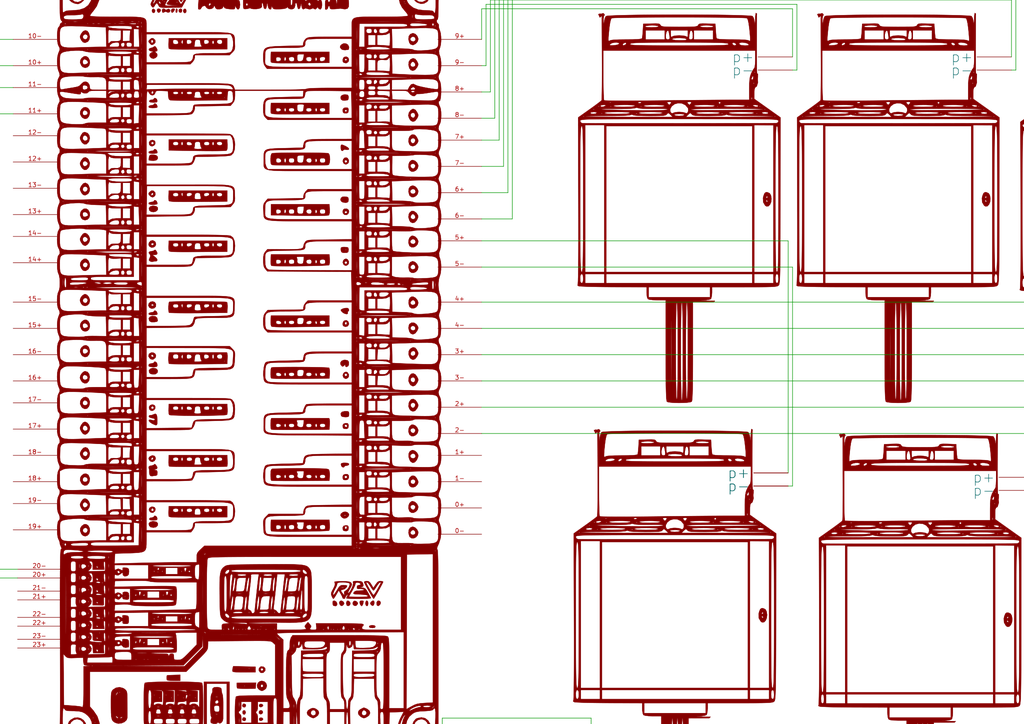
<source format=kicad_sch>
(kicad_sch (version 20211123) (generator eeschema)
  (paper "A4")
  (lib_symbols
    (symbol "Device:Battery" (pin_numbers hide) (pin_names (offset 0) hide)
      (property "Reference" "BT" (at 2.54 2.54 0))
      (property "Value" "Battery" (at 2.54 0 0))
      (symbol "Battery_1_1"
        (pin passive line (at 0 5.08 270) (length 2.54) (name "+") (number "1"))
        (pin passive line (at 0 -5.08 90) (length 2.54) (name "-") (number "2"))
      )
    )
    (symbol "FRC2022:CANivore" (pin_names (offset 1.016))
      (symbol "CANivore_1_1"
        (pin power_in line (at -2.54 26.67 270) (length 2.54) (name "v+") (number ""))
        (pin power_out line (at -5.08 26.67 270) (length 2.54) (name "v-") (number ""))
      )
      (symbol "CANivore_2_1"
        (pin output line (at 1.27 26.67 270) (length 2.54) (name "CAN_G") (number ""))
        (pin input line (at 3.81 26.67 270) (length 2.54) (name "CAN_Y") (number ""))
      )
    )
    (symbol "FRC2022:FRC_VRM" (pin_names (offset 1.016))
      (symbol "FRC_VRM_1_1"
        (pin power_out line (at 40.64 -12.7 180) (length 12.7) (name "") (number "12V/2A_0+"))
        (pin power_out line (at 40.64 -8.89 180) (length 12.7) (name "") (number "12V/2A_0-"))
        (pin power_out line (at 40.64 -6.35 180) (length 12.7) (name "") (number "12V/2A_1+"))
        (pin power_out line (at 40.64 -2.54 180) (length 12.7) (name "") (number "12V/2A_1-"))
        (pin power_out line (at 40.64 1.27 180) (length 12.7) (name "") (number "12V/500mA_0+"))
        (pin power_out line (at 40.64 5.08 180) (length 12.7) (name "") (number "12V/500mA_0-"))
        (pin power_out line (at 40.64 7.62 180) (length 12.7) (name "") (number "12V/500mA_1+"))
        (pin power_out line (at 40.64 11.43 180) (length 12.7) (name "") (number "12V/500mA_1-"))
        (pin power_out line (at -40.64 -8.89 0) (length 12.7) (name "") (number "5V/2A_0+"))
        (pin power_out line (at -40.64 -12.7 0) (length 12.7) (name "") (number "5V/2A_0-"))
        (pin power_out line (at -40.64 -2.54 0) (length 12.7) (name "") (number "5V/2A_1+"))
        (pin power_out line (at -40.64 -5.08 0) (length 12.7) (name "") (number "5V/2A_1-"))
        (pin power_out line (at -40.64 5.08 0) (length 12.7) (name "") (number "5V/500mA_0+"))
        (pin power_out line (at -40.64 1.27 0) (length 12.7) (name "") (number "5V/500mA_0-"))
        (pin power_out line (at -40.64 12.7 0) (length 12.7) (name "") (number "5V/500mA_1+"))
        (pin power_out line (at -40.64 8.89 0) (length 12.7) (name "") (number "5V/500mA_1-"))
        (pin power_in line (at 2.54 -38.1 90) (length 12.7) (name "") (number "P+"))
        (pin power_in line (at -1.27 -38.1 90) (length 12.7) (name "") (number "P-"))
      )
    )
    (symbol "FRC2022:Falcon500" (pin_names (offset 1.016))
      (symbol "Falcon500_1_1"
        (pin power_in line (at 31.75 44.45 180) (length 10) (name "p+") (number ""))
        (pin power_in line (at 31.75 40.64 180) (length 10) (name "p-") (number ""))
      )
      (symbol "Falcon500_2_1"
        (pin output line (at 40.64 44.45 180) (length 20) (name "") (number "CAN+"))
        (pin input line (at 40.64 52.07 180) (length 20) (name "") (number "CAN+"))
        (pin output line (at 40.64 40.64 180) (length 20) (name "") (number "CAN-"))
        (pin input line (at 40.64 48.26 180) (length 20) (name "") (number "CAN-"))
      )
    )
    (symbol "FRC2022:REV_PDH" (pin_names (offset 1.016))
      (symbol "REV_PDH_1_1"
        (pin power_out line (at 67.31 -41.91 180) (length 12.7) (name "") (number "0+"))
        (pin power_out line (at 67.31 -49.53 180) (length 12.7) (name "") (number "0-"))
        (pin power_out line (at 67.31 -26.67 180) (length 12.7) (name "") (number "1+"))
        (pin power_out line (at 67.31 -34.29 180) (length 12.7) (name "") (number "1-"))
        (pin power_out line (at -68.58 86.36 0) (length 12.7) (name "") (number "10+"))
        (pin power_out line (at -68.58 93.98 0) (length 12.7) (name "") (number "10-"))
        (pin power_out line (at -68.58 72.39 0) (length 12.7) (name "") (number "11+"))
        (pin power_out line (at -68.58 80.01 0) (length 12.7) (name "") (number "11-"))
        (pin power_out line (at -68.58 58.42 0) (length 12.7) (name "") (number "12+"))
        (pin power_out line (at -68.58 66.04 0) (length 12.7) (name "") (number "12-"))
        (pin power_out line (at -68.58 43.18 0) (length 12.7) (name "") (number "13+"))
        (pin power_out line (at -68.58 50.8 0) (length 12.7) (name "") (number "13-"))
        (pin power_out line (at -68.58 29.21 0) (length 12.7) (name "") (number "14+"))
        (pin power_out line (at -68.58 36.83 0) (length 12.7) (name "") (number "14-"))
        (pin power_out line (at -68.58 10.16 0) (length 12.7) (name "") (number "15+"))
        (pin power_out line (at -68.58 17.78 0) (length 12.7) (name "") (number "15-"))
        (pin power_out line (at -68.58 -5.08 0) (length 12.7) (name "") (number "16+"))
        (pin power_out line (at -68.58 2.54 0) (length 12.7) (name "") (number "16-"))
        (pin power_out line (at -68.58 -19.05 0) (length 12.7) (name "") (number "17+"))
        (pin power_out line (at -68.58 -11.43 0) (length 12.7) (name "") (number "17-"))
        (pin power_out line (at -68.58 -34.29 0) (length 12.7) (name "") (number "18+"))
        (pin power_out line (at -68.58 -26.67 0) (length 12.7) (name "") (number "18-"))
        (pin power_out line (at -68.58 -48.26 0) (length 12.7) (name "") (number "19+"))
        (pin power_out line (at -68.58 -40.64 0) (length 12.7) (name "") (number "19-"))
        (pin power_out line (at 67.31 -12.7 180) (length 12.7) (name "") (number "2+"))
        (pin power_out line (at 67.31 -20.32 180) (length 12.7) (name "") (number "2-"))
        (pin power_out line (at -67.31 -62.23 0) (length 12.7) (name "") (number "20+"))
        (pin power_out line (at -67.31 -59.69 0) (length 12.7) (name "") (number "20-"))
        (pin power_out line (at -67.31 -68.58 0) (length 12.7) (name "") (number "21+"))
        (pin power_out line (at -67.31 -66.04 0) (length 12.7) (name "") (number "21-"))
        (pin power_out line (at -67.31 -76.2 0) (length 12.7) (name "") (number "22+"))
        (pin power_out line (at -67.31 -73.66 0) (length 12.7) (name "") (number "22-"))
        (pin power_out line (at -67.31 -82.55 0) (length 12.7) (name "") (number "23+"))
        (pin power_out line (at -67.31 -80.01 0) (length 12.7) (name "") (number "23-"))
        (pin power_out line (at 67.31 2.54 180) (length 12.7) (name "") (number "3+"))
        (pin power_out line (at 67.31 -5.08 180) (length 12.7) (name "") (number "3-"))
        (pin power_out line (at 67.31 17.78 180) (length 12.7) (name "") (number "4+"))
        (pin power_out line (at 67.31 10.16 180) (length 12.7) (name "") (number "4-"))
        (pin power_out line (at 67.31 35.56 180) (length 12.7) (name "") (number "5+"))
        (pin power_out line (at 67.31 27.94 180) (length 12.7) (name "") (number "5-"))
        (pin power_out line (at 67.31 49.53 180) (length 12.7) (name "") (number "6+"))
        (pin power_out line (at 67.31 41.91 180) (length 12.7) (name "") (number "6-"))
        (pin power_out line (at 67.31 64.77 180) (length 12.7) (name "") (number "7+"))
        (pin power_out line (at 67.31 57.15 180) (length 12.7) (name "") (number "7-"))
        (pin power_out line (at 67.31 78.74 180) (length 12.7) (name "") (number "8+"))
        (pin power_out line (at 67.31 71.12 180) (length 12.7) (name "") (number "8-"))
        (pin power_out line (at 67.31 93.98 180) (length 12.7) (name "") (number "9+"))
        (pin power_out line (at 67.31 86.36 180) (length 12.7) (name "") (number "9-"))
        (pin power_in line (at 19.05 -124.46 90) (length 12.7) (name "") (number "P+"))
        (pin power_in line (at 33.02 -124.46 90) (length 12.7) (name "") (number "P-"))
      )
      (symbol "REV_PDH_2_1"
        (pin input line (at -17.78 -123.19 90) (length 12.7) (name "") (number "CAN_IN+"))
        (pin input line (at -13.97 -123.19 90) (length 12.7) (name "") (number "CAN_IN-"))
        (pin output line (at -25.4 -123.19 90) (length 12.7) (name "") (number "CAN_OUT+"))
        (pin output line (at -21.59 -123.19 90) (length 12.7) (name "") (number "CAN_OUT-"))
      )
    )
  )
  (wire (pts (xy -40.64 34.29) (xy -40.64 25.4)))
  (wire (pts (xy 229.87 2.54) (xy 229.87 16.51)))
  (wire (pts (xy 131.445 232.41) (xy 91.44 232.41)))
  (wire (pts (xy 139.7 40.64) (xy 144.78 40.64)))
  (wire (pts (xy 91.44 232.41) (xy 91.44 229.87)))
  (wire (pts (xy 160.02 224.79) (xy 160.02 220.98)))
  (wire (pts (xy 148.59 -6.35) (xy 426.72 -6.35)))
  (wire (pts (xy 143.51 34.29) (xy 143.51 -1.27)))
  (wire (pts (xy 447.04 143.51) (xy 444.5 143.51)))
  (wire (pts (xy -27.94 191.77) (xy -10.16 191.77)))
  (wire (pts (xy 447.04 125.73) (xy 447.04 143.51)))
  (wire (pts (xy 293.37 0) (xy 293.37 16.51)))
  (wire (pts (xy -31.75 193.04) (xy -6.35 193.04)))
  (wire (pts (xy 229.87 140.97) (xy 228.6 140.97)))
  (wire (pts (xy 139.7 110.49) (xy 374.65 110.49)))
  (wire (pts (xy 171.45 224.79) (xy 160.02 224.79)))
  (wire (pts (xy 374.65 110.49) (xy 374.65 144.78)))
  (wire (pts (xy 229.87 77.47) (xy 229.87 140.97)))
  (wire (pts (xy 142.24 0) (xy 293.37 0)))
  (wire (pts (xy 139.7 26.67) (xy 142.24 26.67)))
  (wire (pts (xy 131.445 211.455) (xy 131.445 232.41)))
  (wire (pts (xy 294.64 20.32) (xy 293.37 20.32)))
  (wire (pts (xy 139.7 63.5) (xy 148.59 63.5)))
  (wire (pts (xy 147.32 -5.08) (xy 425.45 -5.08)))
  (wire (pts (xy 299.72 87.63) (xy 299.72 138.43)))
  (wire (pts (xy 139.7 19.05) (xy 140.97 19.05)))
  (wire (pts (xy 147.32 55.88) (xy 147.32 -5.08)))
  (wire (pts (xy 359.41 -3.81) (xy 359.41 21.59)))
  (wire (pts (xy 144.78 40.64) (xy 144.78 -2.54)))
  (wire (pts (xy 140.97 19.05) (xy 140.97 1.27)))
  (wire (pts (xy 140.97 1.27) (xy 231.14 1.27)))
  (wire (pts (xy 146.05 48.26) (xy 146.05 -3.81)))
  (wire (pts (xy 148.59 63.5) (xy 148.59 -6.35)))
  (wire (pts (xy -31.75 -13.97) (xy -31.75 19.05)))
  (wire (pts (xy 142.24 26.67) (xy 142.24 0)))
  (wire (pts (xy -10.16 165.1) (xy -10.16 191.77)))
  (wire (pts (xy 228.6 69.85) (xy 228.6 137.16)))
  (wire (pts (xy 139.7 55.88) (xy 147.32 55.88)))
  (wire (pts (xy 426.72 -6.35) (xy 426.72 22.86)))
  (wire (pts (xy -31.75 19.05) (xy 3.81 19.05)))
  (wire (pts (xy 160.02 211.455) (xy 131.445 211.455)))
  (wire (pts (xy 171.45 208.28) (xy 171.45 224.79)))
  (wire (pts (xy 139.7 102.87) (xy 373.38 102.87)))
  (wire (pts (xy 146.05 -3.81) (xy 359.41 -3.81)))
  (wire (pts (xy 128.27 208.28) (xy 171.45 208.28)))
  (wire (pts (xy 143.51 -1.27) (xy 294.64 -1.27)))
  (wire (pts (xy 128.27 230.505) (xy 128.27 208.28)))
  (wire (pts (xy 5.08 167.64) (xy -6.35 167.64)))
  (wire (pts (xy 139.7 48.26) (xy 146.05 48.26)))
  (wire (pts (xy 139.7 2.54) (xy 229.87 2.54)))
  (wire (pts (xy -6.35 167.64) (xy -6.35 193.04)))
  (wire (pts (xy -38.1 34.29) (xy -38.1 33.02)))
  (wire (pts (xy 373.38 102.87) (xy 373.38 140.97)))
  (wire (pts (xy 139.7 69.85) (xy 228.6 69.85)))
  (wire (pts (xy 358.14 -2.54) (xy 358.14 17.78)))
  (wire (pts (xy -35.56 -13.97) (xy -35.56 11.43)))
  (wire (pts (xy 374.65 144.78) (xy 373.38 144.78)))
  (wire (pts (xy 139.7 95.25) (xy 300.99 95.25)))
  (wire (pts (xy 426.72 22.86) (xy 425.45 22.86)))
  (wire (pts (xy 294.64 -1.27) (xy 294.64 20.32)))
  (wire (pts (xy 139.7 11.43) (xy 139.7 2.54)))
  (wire (pts (xy 359.41 21.59) (xy 358.14 21.59)))
  (wire (pts (xy 5.08 165.1) (xy -10.16 165.1)))
  (wire (pts (xy 231.14 20.32) (xy 229.87 20.32)))
  (wire (pts (xy 139.7 125.73) (xy 447.04 125.73)))
  (wire (pts (xy -40.64 25.4) (xy 3.81 25.4)))
  (wire (pts (xy 444.5 118.11) (xy 444.5 139.7)))
  (wire (pts (xy 139.7 118.11) (xy 444.5 118.11)))
  (wire (pts (xy 144.78 -2.54) (xy 358.14 -2.54)))
  (wire (pts (xy 300.99 142.24) (xy 299.72 142.24)))
  (wire (pts (xy 231.14 1.27) (xy 231.14 20.32)))
  (wire (pts (xy 105.41 230.505) (xy 128.27 230.505)))
  (wire (pts (xy -35.56 11.43) (xy 3.81 11.43)))
  (wire (pts (xy 139.7 77.47) (xy 229.87 77.47)))
  (wire (pts (xy 300.99 95.25) (xy 300.99 142.24)))
  (wire (pts (xy 139.7 34.29) (xy 143.51 34.29)))
  (wire (pts (xy 425.45 -5.08) (xy 425.45 19.05)))
  (wire (pts (xy 139.7 87.63) (xy 299.72 87.63)))
  (wire (pts (xy -38.1 33.02) (xy 3.81 33.02)))
  (symbol (lib_id "FRC2022:CANivore") (at -35.56 60.96 0) (unit 1)
    (property "Reference" "#G?" (effects hide))
    (property "Value" "CANivore" (effects hide))
  )
  (symbol (lib_id "FRC2022:Falcon500") (at 267.97 182.88 0) (unit 1)
    (property "Reference" "#G?" (effects hide))
    (property "Value" "Falcon500" (effects hide))
  )
  (symbol (lib_id "FRC2022:Falcon500") (at 393.7 63.5 0) (unit 1)
    (property "Reference" "#MC" (effects hide))
    (property "Value" "Falcon500" (effects hide))
  )
  (symbol (lib_id "FRC2022:Falcon500") (at 196.85 181.61 0) (unit 1)
    (property "Reference" "#G?" (effects hide))
    (property "Value" "Falcon500" (effects hide))
  )
  (symbol (lib_id "Device:Battery") (at 160.02 215.9 0) (unit 1)
    (property "Reference" "BT?" (at 162.687 214.6105 0) (effects (justify left)))
    (property "Value" "Battery" (at 162.687 217.3856 0) (effects (justify left)))
  )
  (symbol (lib_id "FRC2022:Falcon500") (at 341.63 185.42 0) (unit 1)
    (property "Reference" "#G?" (effects hide))
    (property "Value" "Falcon500" (effects hide))
  )
  (symbol (lib_id "FRC2022:Falcon500") (at 326.39 62.23 0) (unit 1)
    (property "Reference" "#G?" (effects hide))
    (property "Value" "Falcon500" (effects hide))
  )
  (symbol (lib_id "FRC2022:Falcon500") (at 412.75 184.15 0) (unit 1)
    (property "Reference" "#G?" (effects hide))
    (property "Value" "Falcon500" (effects hide))
  )
  (symbol (lib_id "FRC2022:Falcon500") (at 261.62 60.96 0) (unit 1)
    (property "Reference" "#G?" (effects hide))
    (property "Value" "Falcon500" (effects hide))
  )
  (symbol (lib_id "FRC2022:FRC_VRM") (at -34.29 -52.07 0) (unit 1)
    (property "Reference" "#G?" (effects hide))
    (property "Value" "FRC_VRM" (effects hide))
  )
  (symbol (lib_id "FRC2022:REV_PDH") (at 72.39 105.41 0) (unit 1)
    (property "Reference" "#PDP" (effects hide))
    (property "Value" "REV_PDH" (effects hide))
  )
  (symbol (lib_id "FRC2022:Falcon500") (at 198.12 60.96 0) (unit 1)
    (property "Reference" "#G?" (effects hide))
    (property "Value" "Falcon500" (effects hide))
  )
)
</source>
